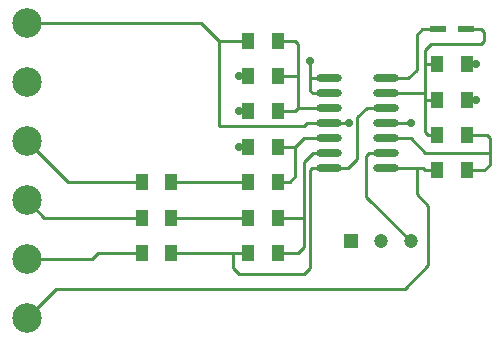
<source format=gtl>
%FSLAX25Y25*%
%MOIN*%
G70*
G01*
G75*
G04 Layer_Physical_Order=1*
G04 Layer_Color=255*
%ADD10O,0.08661X0.02362*%
%ADD11R,0.03937X0.05709*%
%ADD12R,0.05709X0.02165*%
%ADD13C,0.01000*%
%ADD14R,0.04724X0.04724*%
%ADD15C,0.04724*%
%ADD16C,0.09843*%
%ADD17C,0.02756*%
D10*
X198425Y118858D02*
D03*
Y123858D02*
D03*
Y128858D02*
D03*
Y133858D02*
D03*
Y138858D02*
D03*
Y143858D02*
D03*
Y148858D02*
D03*
X179528Y118858D02*
D03*
Y123858D02*
D03*
Y128858D02*
D03*
Y133858D02*
D03*
Y138858D02*
D03*
Y143858D02*
D03*
Y148858D02*
D03*
D11*
X126969Y102362D02*
D03*
X117126D02*
D03*
X162402Y161417D02*
D03*
X152559D02*
D03*
Y90551D02*
D03*
X162402D02*
D03*
X152559Y114173D02*
D03*
X162402D02*
D03*
Y102362D02*
D03*
X152559D02*
D03*
X126969Y114173D02*
D03*
X117126D02*
D03*
X162402Y125984D02*
D03*
X152559D02*
D03*
X117126Y90551D02*
D03*
X126969D02*
D03*
X152559Y137795D02*
D03*
X162402D02*
D03*
Y149606D02*
D03*
X152559D02*
D03*
X225394Y129921D02*
D03*
X215551D02*
D03*
Y118110D02*
D03*
X225394D02*
D03*
X215551Y153543D02*
D03*
X225394D02*
D03*
X215551Y141732D02*
D03*
X225394D02*
D03*
D12*
X215846Y165354D02*
D03*
X225098D02*
D03*
D13*
X126969Y114173D02*
X152559D01*
X126969Y102362D02*
X152559D01*
X162402Y90551D02*
X169291D01*
X171260Y92520D01*
Y121063D02*
X174055Y123858D01*
X179528D01*
X162402Y102362D02*
X171260D01*
Y92520D02*
Y102362D01*
Y121063D01*
X171181Y128858D02*
X179528D01*
X168307Y125984D02*
X171181Y128858D01*
X168307Y116142D02*
Y125984D01*
X166339Y114173D02*
X168307Y116142D01*
X162402Y114173D02*
X166339D01*
X162402Y125984D02*
X168307D01*
X162402Y137795D02*
X168307D01*
X169291Y138779D01*
X168307Y161417D02*
X169291Y160433D01*
X162402Y161417D02*
X168307D01*
X162402Y149606D02*
X169291D01*
Y138779D02*
Y149606D01*
Y160433D01*
X169370Y138858D02*
X179528D01*
X169291Y138779D02*
X169370Y138858D01*
X174055Y143858D02*
X179528D01*
X173228Y144685D02*
X174055Y143858D01*
X173228Y144685D02*
Y148858D01*
X179528D01*
X173228D02*
Y154528D01*
X147638Y85630D02*
Y90551D01*
Y85630D02*
X149606Y83661D01*
X171260D01*
X126969Y90551D02*
X147638D01*
X152559D01*
X171260Y83661D02*
X173228Y85630D01*
Y118110D01*
X173976Y118858D01*
X179528D01*
X210866D02*
X211614Y118110D01*
X215551D01*
X225394D02*
X231299D01*
X233268Y120079D01*
X232283Y129921D02*
X233268Y128937D01*
X225394Y129921D02*
X232283D01*
X198425Y128858D02*
X206772D01*
X211614Y124016D01*
X233268D01*
Y120079D02*
Y124016D01*
Y128937D01*
X198425Y143858D02*
X211457D01*
X212598Y129921D02*
X215551D01*
X211457Y131063D02*
X212598Y129921D01*
X211457Y141732D02*
X215551D01*
X211457Y141732D02*
X211457Y141732D01*
X211457Y131063D02*
Y141732D01*
Y143858D01*
X192008Y138858D02*
X198425D01*
X179528Y118858D02*
X185787D01*
X198425Y148858D02*
X205945D01*
X208661Y151575D01*
Y163386D01*
X210630Y165354D01*
X215846D01*
X211457Y143858D02*
Y153543D01*
X215551D01*
X211457D02*
Y158307D01*
X213583Y160433D01*
X230315Y165354D02*
X231299Y164370D01*
X225098Y165354D02*
X230315D01*
X213583Y160433D02*
X230315D01*
X231299Y161417D01*
Y164370D01*
X192756Y123858D02*
X198425D01*
X191929Y123031D02*
X192756Y123858D01*
X191929Y109409D02*
Y123031D01*
Y109409D02*
X206850Y94488D01*
X172244Y133858D02*
X179528D01*
X171260Y132874D02*
X172244Y133858D01*
X142717Y132874D02*
X171260D01*
X185787Y118858D02*
X188976Y122047D01*
Y135827D01*
X192008Y138858D01*
X179528Y133858D02*
X186024D01*
X198425D02*
X206693D01*
X149606Y149606D02*
X152559D01*
X149606Y137795D02*
X152559D01*
X149606Y125984D02*
X152559D01*
X225394Y141732D02*
X228346D01*
X225394Y153543D02*
X228346D01*
X142717Y132874D02*
Y161417D01*
X152559D01*
X78740Y167323D02*
X136811D01*
X142717Y161417D01*
X92520Y114173D02*
X117126D01*
X78740Y127953D02*
X92520Y114173D01*
X84646Y102362D02*
X117126D01*
X78740Y108268D02*
X84646Y102362D01*
X102362Y90551D02*
X117126D01*
X100394Y88583D02*
X102362Y90551D01*
X78740Y88583D02*
X100394D01*
X208661Y110236D02*
X212598Y106299D01*
X208661Y110236D02*
Y118858D01*
X198425D02*
X208661D01*
X210866D01*
X212598Y86614D02*
Y106299D01*
X78740Y68898D02*
X88583Y78740D01*
X204724D01*
X212598Y86614D01*
D14*
X186850Y94488D02*
D03*
D15*
X196850D02*
D03*
X206850D02*
D03*
D16*
X78740Y167323D02*
D03*
Y147638D02*
D03*
Y127953D02*
D03*
Y108268D02*
D03*
Y88583D02*
D03*
Y68898D02*
D03*
D17*
X173228Y154528D02*
D03*
X186024Y133858D02*
D03*
X206693D02*
D03*
X149606Y149606D02*
D03*
Y137795D02*
D03*
Y125984D02*
D03*
X228346Y141732D02*
D03*
Y153543D02*
D03*
M02*

</source>
